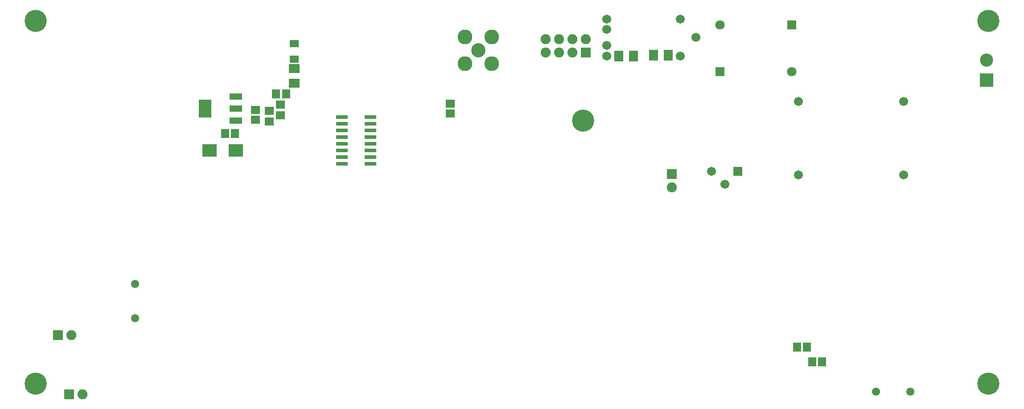
<source format=gbs>
G04*
G04 #@! TF.GenerationSoftware,Altium Limited,Altium Designer,19.1.8 (144)*
G04*
G04 Layer_Color=16711935*
%FSLAX25Y25*%
%MOIN*%
G70*
G01*
G75*
%ADD17R,0.07887X0.07099*%
%ADD31R,0.07099X0.07887*%
%ADD33R,0.05918X0.06706*%
%ADD36R,0.09265X0.04540*%
%ADD37R,0.09265X0.13595*%
%ADD42R,0.06706X0.05918*%
%ADD44C,0.07493*%
%ADD45R,0.07493X0.07493*%
%ADD46C,0.06115*%
%ADD47R,0.09855X0.09855*%
%ADD48C,0.09855*%
%ADD49R,0.07493X0.07493*%
%ADD50R,0.06706X0.06706*%
%ADD51C,0.06706*%
%ADD52C,0.07099*%
%ADD53R,0.07099X0.07099*%
%ADD54C,0.10642*%
%ADD55C,0.11036*%
%ADD56C,0.16548*%
%ADD116R,0.06312X0.06706*%
%ADD117R,0.06706X0.06312*%
%ADD118R,0.07099X0.05524*%
%ADD119R,0.11036X0.09461*%
%ADD120R,0.08674X0.03162*%
D17*
X205161Y-51542D02*
D03*
Y-62566D02*
D03*
D31*
X459012Y-42000D02*
D03*
X447988D02*
D03*
X473988Y-41500D02*
D03*
X485012D02*
D03*
D33*
X153624Y-99948D02*
D03*
X161104D02*
D03*
X599979Y-271108D02*
D03*
X592499D02*
D03*
X588626Y-259999D02*
D03*
X581145D02*
D03*
D36*
X161598Y-72361D02*
D03*
Y-81416D02*
D03*
Y-90471D02*
D03*
D37*
X138763Y-81416D02*
D03*
D42*
X322000Y-85240D02*
D03*
Y-77760D02*
D03*
X176240Y-82409D02*
D03*
Y-89889D02*
D03*
D44*
X38500Y-251000D02*
D03*
X487571Y-140296D02*
D03*
X47126Y-295394D02*
D03*
X423196Y-29358D02*
D03*
X413196Y-39358D02*
D03*
Y-29358D02*
D03*
X403196Y-39358D02*
D03*
Y-29358D02*
D03*
X393196Y-39358D02*
D03*
Y-29358D02*
D03*
D45*
X28500Y-251000D02*
D03*
X37126Y-295394D02*
D03*
X423196Y-39358D02*
D03*
D46*
X86250Y-212866D02*
D03*
Y-238457D02*
D03*
X640346Y-293307D02*
D03*
X665936D02*
D03*
D47*
X723025Y-60011D02*
D03*
D48*
Y-45011D02*
D03*
D49*
X487571Y-130296D02*
D03*
D50*
X537089Y-128325D02*
D03*
D51*
X527247Y-138167D02*
D03*
X517404Y-128325D02*
D03*
X438843Y-41940D02*
D03*
X505772Y-28161D02*
D03*
X493961Y-41940D02*
D03*
X438843Y-14381D02*
D03*
X493961D02*
D03*
X438843Y-22255D02*
D03*
Y-34066D02*
D03*
X582209Y-131111D02*
D03*
Y-75993D02*
D03*
X660950Y-131111D02*
D03*
Y-75993D02*
D03*
D52*
X523573Y-18774D02*
D03*
X577378Y-53800D02*
D03*
D53*
X523573Y-53774D02*
D03*
X577378Y-18800D02*
D03*
D54*
X342857Y-37634D02*
D03*
D55*
X352857Y-47634D02*
D03*
X332857D02*
D03*
Y-27634D02*
D03*
X352857D02*
D03*
D56*
X724409Y-15748D02*
D03*
Y-287402D02*
D03*
X11811Y-15748D02*
D03*
Y-287402D02*
D03*
X421260Y-90551D02*
D03*
D116*
X199374Y-70500D02*
D03*
X191500D02*
D03*
D117*
X195000Y-78563D02*
D03*
Y-86437D02*
D03*
X186675Y-90974D02*
D03*
Y-83100D02*
D03*
D118*
X205344Y-44573D02*
D03*
Y-32762D02*
D03*
D119*
X161558Y-112747D02*
D03*
X141873D02*
D03*
D120*
X241085Y-87910D02*
D03*
Y-92909D02*
D03*
Y-97909D02*
D03*
Y-102909D02*
D03*
Y-107909D02*
D03*
Y-112909D02*
D03*
Y-117909D02*
D03*
Y-122909D02*
D03*
X262345D02*
D03*
Y-117909D02*
D03*
Y-112909D02*
D03*
Y-107909D02*
D03*
Y-102909D02*
D03*
Y-97909D02*
D03*
Y-92909D02*
D03*
Y-87910D02*
D03*
M02*

</source>
